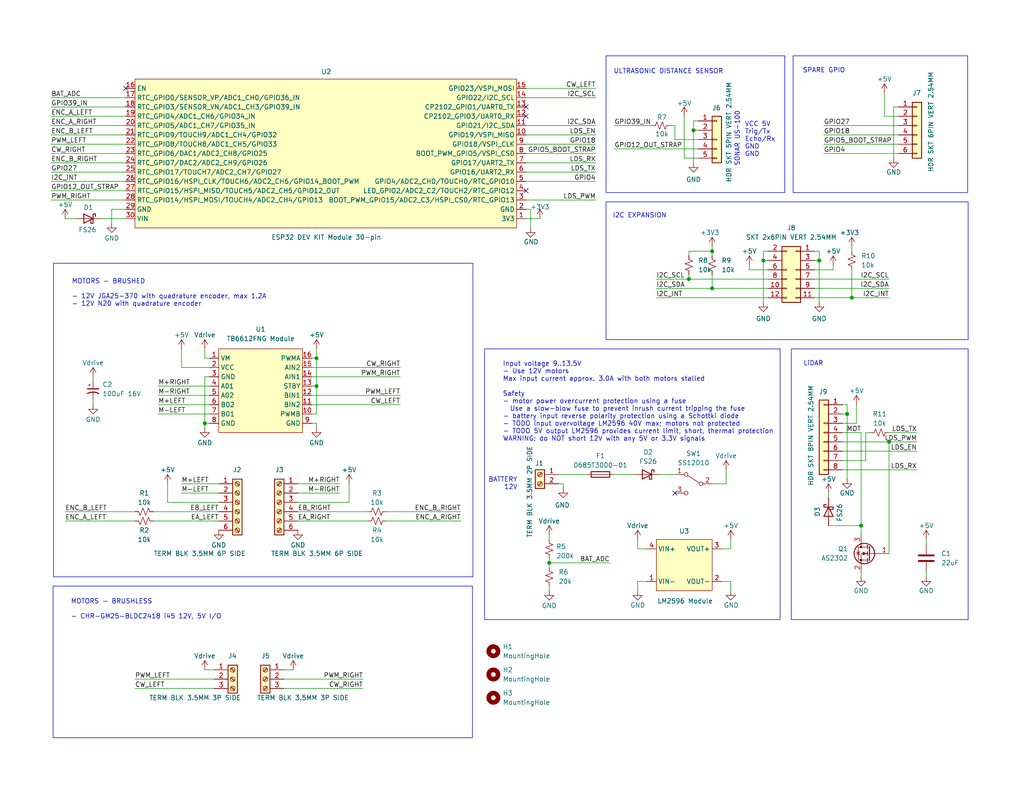
<source format=kicad_sch>
(kicad_sch (version 20230121) (generator eeschema)
  (paper "USLetter")
  (title_block (title "ESP32 Combo") (date "2024-04-05") (rev "0.1.0") (company "makerspet.com"))
  (lib_symbols
    (symbol "Connector:Screw_Terminal_01x03" (pin_names (offset 1.016) hide)
      (property "Reference" "J" (at 0 5.08 0))
      (property "Value" "Screw_Terminal_01x03" (at 0 -5.08 0))
      (symbol "Screw_Terminal_01x03_1_1"
        (rectangle (start -1.27 3.81) (end 1.27 -3.81) (stroke (width 0.254)) (fill (type background)))
        (circle (center 0 -2.54) (radius 0.635) (stroke (width 0.1524)))
        (polyline (pts (xy -0.5334 -2.2098) (xy 0.3302 -3.048)) (stroke (width 0.1524)))
        (polyline (pts (xy -0.5334 0.3302) (xy 0.3302 -0.508)) (stroke (width 0.1524)))
        (polyline (pts (xy -0.5334 2.8702) (xy 0.3302 2.032)) (stroke (width 0.1524)))
        (polyline (pts (xy -0.3556 -2.032) (xy 0.508 -2.8702)) (stroke (width 0.1524)))
        (polyline (pts (xy -0.3556 0.508) (xy 0.508 -0.3302)) (stroke (width 0.1524)))
        (polyline (pts (xy -0.3556 3.048) (xy 0.508 2.2098)) (stroke (width 0.1524)))
        (circle (center 0 0) (radius 0.635) (stroke (width 0.1524)))
        (circle (center 0 2.54) (radius 0.635) (stroke (width 0.1524)))
        (pin passive line (at -5.08 2.54 0) (length 3.81) (name "Pin_1") (number "1"))
        (pin passive line (at -5.08 0 0) (length 3.81) (name "Pin_2") (number "2"))
        (pin passive line (at -5.08 -2.54 0) (length 3.81) (name "Pin_3") (number "3"))
      )
    )
    (symbol "Connector:Screw_Terminal_01x06" (pin_names (offset 1.016) hide)
      (property "Reference" "J" (at 0 7.62 0))
      (property "Value" "Screw_Terminal_01x06" (at 0 -10.16 0))
      (symbol "Screw_Terminal_01x06_1_1"
        (rectangle (start -1.27 6.35) (end 1.27 -8.89) (stroke (width 0.254)) (fill (type background)))
        (circle (center 0 -7.62) (radius 0.635) (stroke (width 0.1524)))
        (circle (center 0 -5.08) (radius 0.635) (stroke (width 0.1524)))
        (circle (center 0 -2.54) (radius 0.635) (stroke (width 0.1524)))
        (polyline (pts (xy -0.5334 -7.2898) (xy 0.3302 -8.128)) (stroke (width 0.1524)))
        (polyline (pts (xy -0.5334 -4.7498) (xy 0.3302 -5.588)) (stroke (width 0.1524)))
        (polyline (pts (xy -0.5334 -2.2098) (xy 0.3302 -3.048)) (stroke (width 0.1524)))
        (polyline (pts (xy -0.5334 0.3302) (xy 0.3302 -0.508)) (stroke (width 0.1524)))
        (polyline (pts (xy -0.5334 2.8702) (xy 0.3302 2.032)) (stroke (width 0.1524)))
        (polyline (pts (xy -0.5334 5.4102) (xy 0.3302 4.572)) (stroke (width 0.1524)))
        (polyline (pts (xy -0.3556 -7.112) (xy 0.508 -7.9502)) (stroke (width 0.1524)))
        (polyline (pts (xy -0.3556 -4.572) (xy 0.508 -5.4102)) (stroke (width 0.1524)))
        (polyline (pts (xy -0.3556 -2.032) (xy 0.508 -2.8702)) (stroke (width 0.1524)))
        (polyline (pts (xy -0.3556 0.508) (xy 0.508 -0.3302)) (stroke (width 0.1524)))
        (polyline (pts (xy -0.3556 3.048) (xy 0.508 2.2098)) (stroke (width 0.1524)))
        (polyline (pts (xy -0.3556 5.588) (xy 0.508 4.7498)) (stroke (width 0.1524)))
        (circle (center 0 0) (radius 0.635) (stroke (width 0.1524)))
        (circle (center 0 2.54) (radius 0.635) (stroke (width 0.1524)))
        (circle (center 0 5.08) (radius 0.635) (stroke (width 0.1524)))
        (pin passive line (at -5.08 5.08 0) (length 3.81) (name "Pin_1") (number "1"))
        (pin passive line (at -5.08 2.54 0) (length 3.81) (name "Pin_2") (number "2"))
        (pin passive line (at -5.08 0 0) (length 3.81) (name "Pin_3") (number "3"))
        (pin passive line (at -5.08 -2.54 0) (length 3.81) (name "Pin_4") (number "4"))
        (pin passive line (at -5.08 -5.08 0) (length 3.81) (name "Pin_5") (number "5"))
        (pin passive line (at -5.08 -7.62 0) (length 3.81) (name "Pin_6") (number "6"))
      )
    )
    (symbol "Connector_Generic:Conn_01x06" (pin_names (offset 1.016) hide)
      (property "Reference" "J" (at 0 7.62 0))
      (property "Value" "Conn_01x06" (at 0 -10.16 0))
      (symbol "Conn_01x06_1_1"
        (rectangle (start -1.27 -7.493) (end 0 -7.747) (stroke (width 0.1524)))
        (rectangle (start -1.27 -4.953) (end 0 -5.207) (stroke (width 0.1524)))
        (rectangle (start -1.27 -2.413) (end 0 -2.667) (stroke (width 0.1524)))
        (rectangle (start -1.27 0.127) (end 0 -0.127) (stroke (width 0.1524)))
        (rectangle (start -1.27 2.667) (end 0 2.413) (stroke (width 0.1524)))
        (rectangle (start -1.27 5.207) (end 0 4.953) (stroke (width 0.1524)))
        (rectangle (start -1.27 6.35) (end 1.27 -8.89) (stroke (width 0.254)) (fill (type background)))
        (pin passive line (at -5.08 5.08 0) (length 3.81) (name "Pin_1") (number "1"))
        (pin passive line (at -5.08 2.54 0) (length 3.81) (name "Pin_2") (number "2"))
        (pin passive line (at -5.08 0 0) (length 3.81) (name "Pin_3") (number "3"))
        (pin passive line (at -5.08 -2.54 0) (length 3.81) (name "Pin_4") (number "4"))
        (pin passive line (at -5.08 -5.08 0) (length 3.81) (name "Pin_5") (number "5"))
        (pin passive line (at -5.08 -7.62 0) (length 3.81) (name "Pin_6") (number "6"))
      )
    )
    (symbol "Device:C" (pin_numbers hide) (pin_names (offset 0.254))
      (property "Reference" "C" (at 0.635 2.54 0))
      (property "Value" "C" (at 0.635 -2.54 0))
      (symbol "C_0_1"
        (polyline (pts (xy -2.032 -0.762) (xy 2.032 -0.762)) (stroke (width 0.508)))
        (polyline (pts (xy -2.032 0.762) (xy 2.032 0.762)) (stroke (width 0.508)))
      )
      (symbol "C_1_1"
        (pin passive line (at 0 3.81 270) (length 2.794) (name "~") (number "1"))
        (pin passive line (at 0 -3.81 90) (length 2.794) (name "~") (number "2"))
      )
    )
    (symbol "Device:C_Polarized_Small_US" (pin_numbers hide) (pin_names (offset 0.254) hide)
      (property "Reference" "C" (at 0.254 1.778 0))
      (property "Value" "C_Polarized_Small_US" (at 0.254 -2.032 0))
      (symbol "C_Polarized_Small_US_0_1"
        (polyline (pts (xy -1.524 0.508) (xy 1.524 0.508)) (stroke (width 0.3048)))
        (polyline (pts (xy -1.27 1.524) (xy -0.762 1.524)))
        (polyline (pts (xy -1.016 1.27) (xy -1.016 1.778)))
        (arc (start 1.524 -0.762) (mid 0 -0.3734) (end -1.524 -0.762) (stroke (width 0.3048)))
      )
      (symbol "C_Polarized_Small_US_1_1"
        (pin passive line (at 0 2.54 270) (length 2.032) (name "~") (number "1"))
        (pin passive line (at 0 -2.54 90) (length 2.032) (name "~") (number "2"))
      )
    )
    (symbol "Device:D_Schottky" (pin_numbers hide) (pin_names (offset 1.016) hide)
      (property "Reference" "D" (at 0 2.54 0))
      (property "Value" "D_Schottky" (at 0 -2.54 0))
      (symbol "D_Schottky_0_1"
        (polyline (pts (xy 1.27 0) (xy -1.27 0)))
        (polyline (pts (xy 1.27 1.27) (xy 1.27 -1.27) (xy -1.27 0) (xy 1.27 1.27)) (stroke (width 0.254)))
        (polyline (pts (xy -1.905 0.635) (xy -1.905 1.27) (xy -1.27 1.27) (xy -1.27 -1.27) (xy -0.635 -1.27) (xy -0.635 -0.635)) (stroke (width 0.254)))
      )
      (symbol "D_Schottky_1_1"
        (pin passive line (at -3.81 0 0) (length 2.54) (name "K") (number "1"))
        (pin passive line (at 3.81 0 180) (length 2.54) (name "A") (number "2"))
      )
    )
    (symbol "Device:Fuse" (pin_numbers hide) (pin_names (offset 0))
      (property "Reference" "F" (at 2.032 0 90))
      (property "Value" "Fuse" (at -1.905 0 90))
      (symbol "Fuse_0_1"
        (rectangle (start -0.762 -2.54) (end 0.762 2.54) (stroke (width 0.254)))
        (polyline (pts (xy 0 2.54) (xy 0 -2.54)))
      )
      (symbol "Fuse_1_1"
        (pin passive line (at 0 3.81 270) (length 1.27) (name "~") (number "1"))
        (pin passive line (at 0 -3.81 90) (length 1.27) (name "~") (number "2"))
      )
    )
    (symbol "Device:R_Small_US" (pin_numbers hide) (pin_names (offset 0.254) hide)
      (property "Reference" "R" (at 0.762 0.508 0))
      (property "Value" "R_Small_US" (at 0.762 -1.016 0))
      (symbol "R_Small_US_1_1"
        (polyline (pts (xy 0 0) (xy 1.016 -0.381) (xy 0 -0.762) (xy -1.016 -1.143) (xy 0 -1.524)))
        (polyline (pts (xy 0 1.524) (xy 1.016 1.143) (xy 0 0.762) (xy -1.016 0.381) (xy 0 0)))
        (pin passive line (at 0 2.54 270) (length 1.016) (name "~") (number "1"))
        (pin passive line (at 0 -2.54 90) (length 1.016) (name "~") (number "2"))
      )
    )
    (symbol "Makerspet:Conn_01x05_Key2" (pin_names (offset 1.016) hide)
      (property "Reference" "J" (at 0 7.62 0))
      (property "Value" "Conn_01x05_Key2" (at 0 -7.62 0))
      (symbol "Conn_01x05_Key2_1_1"
        (rectangle (start -1.27 -4.953) (end 0 -5.207) (stroke (width 0.1524)))
        (rectangle (start -1.27 -2.413) (end 0 -2.667) (stroke (width 0.1524)))
        (rectangle (start -1.27 0.127) (end 0 -0.127) (stroke (width 0.1524)))
        (rectangle (start -1.27 5.207) (end 0 4.953) (stroke (width 0.1524)))
        (rectangle (start -1.27 6.35) (end 1.27 -6.35) (stroke (width 0.254)) (fill (type background)))
        (pin passive line (at -5.08 5.08 0) (length 3.81) (name "Pin_1") (number "1"))
        (pin passive line (at -5.08 2.54 0) (length 3.81) (name "Pin_2") (number "2"))
        (pin passive line (at -5.08 0 0) (length 3.81) (name "Pin_3") (number "3"))
        (pin passive line (at -5.08 -2.54 0) (length 3.81) (name "Pin_4") (number "4"))
        (pin passive line (at -5.08 -5.08 0) (length 3.81) (name "Pin_5") (number "5"))
      )
    )
    (symbol "Makerspet:Conn_01x08_Key2" (pin_names (offset 1.016) hide)
      (property "Reference" "J" (at 0 10.16 0))
      (property "Value" "Conn_01x08_Key2" (at 0 -12.7 0))
      (symbol "Conn_01x08_Key2_1_1"
        (rectangle (start -1.27 -10.033) (end 0 -10.287) (stroke (width 0.1524)))
        (rectangle (start -1.27 -7.493) (end 0 -7.747) (stroke (width 0.1524)))
        (rectangle (start -1.27 -4.953) (end 0 -5.207) (stroke (width 0.1524)))
        (rectangle (start -1.27 -2.413) (end 0 -2.667) (stroke (width 0.1524)))
        (rectangle (start -1.27 0.127) (end 0 -0.127) (stroke (width 0.1524)))
        (rectangle (start -1.27 2.667) (end 0 2.413) (stroke (width 0.1524)))
        (rectangle (start -1.27 7.747) (end 0 7.493) (stroke (width 0.1524)))
        (rectangle (start -1.27 8.89) (end 1.27 -11.43) (stroke (width 0.254)) (fill (type background)))
        (pin passive line (at -5.08 7.62 0) (length 3.81) (name "Pin_1") (number "1"))
        (pin passive line (at -5.08 5.08 0) (length 3.81) (name "Pin_2") (number "2"))
        (pin passive line (at -5.08 2.54 0) (length 3.81) (name "Pin_3") (number "3"))
        (pin passive line (at -5.08 0 0) (length 3.81) (name "Pin_4") (number "4"))
        (pin passive line (at -5.08 -2.54 0) (length 3.81) (name "Pin_5") (number "5"))
        (pin passive line (at -5.08 -5.08 0) (length 3.81) (name "Pin_6") (number "6"))
        (pin passive line (at -5.08 -7.62 0) (length 3.81) (name "Pin_7") (number "7"))
        (pin passive line (at -5.08 -10.16 0) (length 3.81) (name "Pin_8") (number "8"))
      )
    )
    (symbol "Makerspet:Conn_02x06_Odd_Even_Key2" (pin_names (offset 1.016) hide)
      (property "Reference" "J" (at 1.27 7.62 0))
      (property "Value" "Conn_02x06_Odd_Even_Key2" (at 1.27 -10.16 0))
      (symbol "Conn_02x06_Odd_Even_Key2_1_1"
        (rectangle (start -1.27 -7.493) (end 0 -7.747) (stroke (width 0.1524)))
        (rectangle (start -1.27 -4.953) (end 0 -5.207) (stroke (width 0.1524)))
        (rectangle (start -1.27 -2.413) (end 0 -2.667) (stroke (width 0.1524)))
        (rectangle (start -1.27 0.127) (end 0 -0.127) (stroke (width 0.1524)))
        (rectangle (start -1.27 5.207) (end 0 4.953) (stroke (width 0.1524)))
        (rectangle (start -1.27 6.35) (end 3.81 -8.89) (stroke (width 0.254)) (fill (type background)))
        (rectangle (start 3.81 -7.493) (end 2.54 -7.747) (stroke (width 0.1524)))
        (rectangle (start 3.81 -4.953) (end 2.54 -5.207) (stroke (width 0.1524)))
        (rectangle (start 3.81 -2.413) (end 2.54 -2.667) (stroke (width 0.1524)))
        (rectangle (start 3.81 0.127) (end 2.54 -0.127) (stroke (width 0.1524)))
        (rectangle (start 3.81 5.207) (end 2.54 4.953) (stroke (width 0.1524)))
        (pin passive line (at -5.08 5.08 0) (length 3.81) (name "Pin_1") (number "1"))
        (pin passive line (at 7.62 -5.08 180) (length 3.81) (name "Pin_10") (number "10"))
        (pin passive line (at -5.08 -7.62 0) (length 3.81) (name "Pin_11") (number "11"))
        (pin passive line (at 7.62 -7.62 180) (length 3.81) (name "Pin_12") (number "12"))
        (pin passive line (at 7.62 5.08 180) (length 3.81) (name "Pin_2") (number "2"))
        (pin passive line (at -5.08 2.54 0) (length 3.81) (name "Pin_3") (number "3"))
        (pin passive line (at 7.62 2.54 180) (length 3.81) (name "Pin_4") (number "4"))
        (pin passive line (at -5.08 0 0) (length 3.81) (name "Pin_5") (number "5"))
        (pin passive line (at 7.62 0 180) (length 3.81) (name "Pin_6") (number "6"))
        (pin passive line (at -5.08 -2.54 0) (length 3.81) (name "Pin_7") (number "7"))
        (pin passive line (at 7.62 -2.54 180) (length 3.81) (name "Pin_8") (number "8"))
        (pin passive line (at -5.08 -5.08 0) (length 3.81) (name "Pin_9") (number "9"))
      )
    )
    (symbol "Makerspet:ESP32-DOIT-V1"
      (property "Reference" "U1" (at -1.27 21.59 0))
      (property "Value" "ESP32 DEV KIT DOIT 30-pin" (at -1.27 24.13 0))
      (symbol "ESP32-DOIT-V1_1_1"
        (rectangle (start -53.34 20.32) (end 50.8 -20.32) (fill (type background)))
        (pin power_out line (at 53.34 -17.78 180) (length 2.54) (name "3V3") (number "1"))
        (pin bidirectional line (at 53.34 5.08 180) (length 2.54) (name "GPIO19/VSPI_MISO") (number "10"))
        (pin bidirectional line (at 53.34 7.62 180) (length 2.54) (name "GPIO21/I2C_SDA") (number "11"))
        (pin bidirectional line (at 53.34 10.16 180) (length 2.54) (name "CP2102_GPIO3/UART0_RX") (number "12"))
        (pin bidirectional line (at 53.34 12.7 180) (length 2.54) (name "CP2102_GPIO1/UART0_TX") (number "13"))
        (pin bidirectional line (at 53.34 15.24 180) (length 2.54) (name "GPIO22/I2C_SCL") (number "14"))
        (pin bidirectional line (at 53.34 17.78 180) (length 2.54) (name "GPIO23/VSPI_MOSI") (number "15"))
        (pin bidirectional line (at -55.88 17.78 0) (length 2.54) (name "EN") (number "16"))
        (pin bidirectional line (at -55.88 15.24 0) (length 2.54) (name "RTC_GPIO0/SENSOR_VP/ADC1_CH0/GPIO36_IN") (number "17"))
        (pin bidirectional line (at -55.88 12.7 0) (length 2.54) (name "RTC_GPIO3/SENSOR_VN/ADC1_CH3/GPIO39_IN") (number "18"))
        (pin bidirectional line (at -55.88 10.16 0) (length 2.54) (name "RTC_GPIO4/ADC1_CH6/GPIO34_IN") (number "19"))
        (pin passive line (at 53.34 -15.24 180) (length 2.54) (name "GND") (number "2"))
        (pin bidirectional line (at -55.88 7.62 0) (length 2.54) (name "RTC_GPIO5/ADC1_CH7/GPIO35_IN") (number "20"))
        (pin bidirectional line (at -55.88 5.08 0) (length 2.54) (name "RTC_GPIO9/TOUCH9/ADC1_CH4/GPIO32") (number "21"))
        (pin bidirectional line (at -55.88 2.54 0) (length 2.54) (name "RTC_GPIO8/TOUCH8/ADC1_CH5/GPIO33") (number "22"))
        (pin bidirectional line (at -55.88 0 0) (length 2.54) (name "RTC_GPIO6/DAC1/ADC2_CH8/GPIO25") (number "23"))
        (pin bidirectional line (at -55.88 -2.54 0) (length 2.54) (name "RTC_GPIO7/DAC2/ADC2_CH9/GPIO26") (number "24"))
        (pin bidirectional line (at -55.88 -5.08 0) (length 2.54) (name "RTC_GPIO17/TOUCH7/ADC2_CH7/GPIO27") (number "25"))
        (pin bidirectional line (at -55.88 -7.62 0) (length 2.54) (name "RTC_GPIO16/HSPI_CLK/TOUCH6/ADC2_CH6/GPIO14_BOOT_PWM") (number "26"))
        (pin bidirectional line (at -55.88 -10.16 0) (length 2.54) (name "RTC_GPIO15/HSPI_MISO/TOUCH5/ADC2_CH5/GPIO12_OUT") (number "27"))
        (pin bidirectional line (at -55.88 -12.7 0) (length 2.54) (name "RTC_GPIO14/HSPI_MOSI/TOUCH4/ADC2_CH4/GPIO13") (number "28"))
        (pin passive line (at -55.88 -15.24 0) (length 2.54) (name "GND") (number "29"))
        (pin bidirectional line (at 53.34 -12.7 180) (length 2.54) (name "BOOT_PWM_GPIO15/ADC2_C3/HSPI_CS0/RTC_GPIO13") (number "3"))
        (pin passive line (at -55.88 -17.78 0) (length 2.54) (name "VIN") (number "30"))
        (pin bidirectional line (at 53.34 -10.16 180) (length 2.54) (name "LED_GPIO2/ADC2_C2/TOUCH2/RTC_GPIO12") (number "4"))
        (pin bidirectional line (at 53.34 -7.62 180) (length 2.54) (name "GPIO4/ADC2_CH0/TOUCH0/RTC_GPIO10") (number "5"))
        (pin bidirectional line (at 53.34 -5.08 180) (length 2.54) (name "GPIO16/UART2_RX") (number "6"))
        (pin bidirectional line (at 53.34 -2.54 180) (length 2.54) (name "GPIO17/UART2_TX") (number "7"))
        (pin bidirectional line (at 53.34 0 180) (length 2.54) (name "BOOT_PWM_GPIO5/VSPI_CS0") (number "8"))
        (pin bidirectional line (at 53.34 2.54 180) (length 2.54) (name "GPIO18/VSPI_CLK") (number "9"))
      )
    )
    (symbol "Makerspet:LM2596 Module"
      (property "Reference" "U" (at 0 -1.27 0))
      (symbol "LM2596 Module_1_1"
        (rectangle (start -7.62 -2.54) (end 7.62 -16.51) (fill (type background)))
        (pin passive line (at -10.16 -13.97 0) (length 2.54) (name "VIN-") (number "1"))
        (pin passive line (at 10.16 -13.97 180) (length 2.54) (name "VOUT-") (number "2"))
        (pin power_out line (at 10.16 -5.08 180) (length 2.54) (name "VOUT+") (number "3"))
        (pin passive line (at -10.16 -5.08 0) (length 2.54) (name "VIN+") (number "4"))
      )
    )
    (symbol "Makerspet:Screw_Terminal_01x02" (pin_names (offset 1.016) hide)
      (property "Reference" "J" (at 0 2.54 0))
      (property "Value" "Screw_Terminal_01x02" (at 0 -5.08 0))
      (symbol "Screw_Terminal_01x02_1_1"
        (rectangle (start -1.27 1.27) (end 1.27 -3.81) (stroke (width 0.254)) (fill (type background)))
        (circle (center 0 -2.54) (radius 0.635) (stroke (width 0.1524)))
        (polyline (pts (xy -0.5334 -2.2098) (xy 0.3302 -3.048)) (stroke (width 0.1524)))
        (polyline (pts (xy -0.5334 0.3302) (xy 0.3302 -0.508)) (stroke (width 0.1524)))
        (polyline (pts (xy -0.3556 -2.032) (xy 0.508 -2.8702)) (stroke (width 0.1524)))
        (polyline (pts (xy -0.3556 0.508) (xy 0.508 -0.3302)) (stroke (width 0.1524)))
        (circle (center 0 0) (radius 0.635) (stroke (width 0.1524)))
        (pin power_out line (at -5.08 0 0) (length 3.81) (name "Pin_1") (number "1"))
        (pin power_out line (at -5.08 -2.54 0) (length 3.81) (name "Pin_2") (number "2"))
      )
    )
    (symbol "Makerspet:TB6612FNG Module"
      (property "Reference" "U?" (at -1.27 13.97 0))
      (property "Value" "TB6612FNG Module" (at -1.27 16.51 0))
      (symbol "TB6612FNG Module_1_1"
        (rectangle (start -11.43 11.43) (end 11.43 -11.43) (fill (type background)))
        (pin passive line (at -13.97 8.89 0) (length 2.54) (name "VM") (number "1"))
        (pin input line (at 13.97 -6.35 180) (length 2.54) (name "PWMB") (number "10"))
        (pin input line (at 13.97 -3.81 180) (length 2.54) (name "BIN2") (number "11"))
        (pin input line (at 13.97 -1.27 180) (length 2.54) (name "BIN1") (number "12"))
        (pin input line (at 13.97 1.27 180) (length 2.54) (name "STBY") (number "13"))
        (pin input line (at 13.97 3.81 180) (length 2.54) (name "AIN1") (number "14"))
        (pin input line (at 13.97 6.35 180) (length 2.54) (name "AIN2") (number "15"))
        (pin input line (at 13.97 8.89 180) (length 2.54) (name "PWMA") (number "16"))
        (pin passive line (at -13.97 6.35 0) (length 2.54) (name "VCC") (number "2"))
        (pin passive line (at -13.97 3.81 0) (length 2.54) (name "GND") (number "3"))
        (pin passive line (at -13.97 1.27 0) (length 2.54) (name "A01") (number "4"))
        (pin passive line (at -13.97 -1.27 0) (length 2.54) (name "A02") (number "5"))
        (pin bidirectional line (at -13.97 -3.81 0) (length 2.54) (name "B02") (number "6"))
        (pin passive line (at -13.97 -6.35 0) (length 2.54) (name "B01") (number "7"))
        (pin passive line (at -13.97 -8.89 0) (length 2.54) (name "GND") (number "8"))
        (pin passive line (at 13.97 -8.89 180) (length 2.54) (name "GND") (number "9"))
      )
    )
    (symbol "Mechanical:MountingHole" (pin_names (offset 1.016))
      (property "Reference" "H" (at 0 5.08 0))
      (property "Value" "MountingHole" (at 0 3.175 0))
      (symbol "MountingHole_0_1"
        (circle (center 0 0) (radius 1.27) (stroke (width 1.27)))
      )
    )
    (symbol "Switch:SW_SPDT" (pin_names (offset 0) hide)
      (property "Reference" "SW" (at 0 4.318 0))
      (property "Value" "SW_SPDT" (at 0 -5.08 0))
      (symbol "SW_SPDT_0_0"
        (circle (center -2.032 0) (radius 0.508))
        (circle (center 2.032 -2.54) (radius 0.508))
      )
      (symbol "SW_SPDT_0_1"
        (polyline (pts (xy -1.524 0.254) (xy 1.651 2.286)))
        (circle (center 2.032 2.54) (radius 0.508))
      )
      (symbol "SW_SPDT_1_1"
        (pin passive line (at 5.08 2.54 180) (length 2.54) (name "A") (number "1"))
        (pin passive line (at -5.08 0 0) (length 2.54) (name "B") (number "2"))
        (pin passive line (at 5.08 -2.54 180) (length 2.54) (name "C") (number "3"))
      )
    )
    (symbol "Transistor_FET:BSS123" (pin_names hide)
      (property "Reference" "Q" (at 5.08 1.905 0))
      (property "Value" "BSS123" (at 5.08 0 0))
      (symbol "BSS123_0_1"
        (polyline (pts (xy 0.254 0) (xy -2.54 0)))
        (polyline (pts (xy 0.254 1.905) (xy 0.254 -1.905)) (stroke (width 0.254)))
        (polyline (pts (xy 0.762 -1.27) (xy 0.762 -2.286)) (stroke (width 0.254)))
        (polyline (pts (xy 0.762 0.508) (xy 0.762 -0.508)) (stroke (width 0.254)))
        (polyline (pts (xy 0.762 2.286) (xy 0.762 1.27)) (stroke (width 0.254)))
        (polyline (pts (xy 2.54 2.54) (xy 2.54 1.778)))
        (polyline (pts (xy 2.54 -2.54) (xy 2.54 0) (xy 0.762 0)))
        (polyline (pts (xy 0.762 -1.778) (xy 3.302 -1.778) (xy 3.302 1.778) (xy 0.762 1.778)))
        (polyline (pts (xy 1.016 0) (xy 2.032 0.381) (xy 2.032 -0.381) (xy 1.016 0)) (fill (type outline)))
        (polyline (pts (xy 2.794 0.508) (xy 2.921 0.381) (xy 3.683 0.381) (xy 3.81 0.254)))
        (polyline (pts (xy 3.302 0.381) (xy 2.921 -0.254) (xy 3.683 -0.254) (xy 3.302 0.381)))
        (circle (center 1.651 0) (radius 2.794) (stroke (width 0.254)))
        (circle (center 2.54 -1.778) (radius 0.254) (fill (type outline)))
        (circle (center 2.54 1.778) (radius 0.254) (fill (type outline)))
      )
      (symbol "BSS123_1_1"
        (pin input line (at -5.08 0 0) (length 2.54) (name "G") (number "1"))
        (pin passive line (at 2.54 -5.08 90) (length 2.54) (name "S") (number "2"))
        (pin passive line (at 2.54 5.08 270) (length 2.54) (name "D") (number "3"))
      )
    )
    (symbol "power:+3V3" (power) (pin_names (offset 0))
      (property "Value" "+3V3" (at 0 3.556 0))
      (symbol "+3V3_0_1"
        (polyline (pts (xy -0.762 1.27) (xy 0 2.54)))
        (polyline (pts (xy 0 0) (xy 0 2.54)))
        (polyline (pts (xy 0 2.54) (xy 0.762 1.27)))
      )
      (symbol "+3V3_1_1"
        (pin power_in line (at 0 0 90) (length 0) hide (name "+3V3") (number "1"))
      )
    )
    (symbol "power:+5V" (power) (pin_names (offset 0))
      (property "Value" "+5V" (at 0 3.556 0))
      (symbol "+5V_0_1"
        (polyline (pts (xy -0.762 1.27) (xy 0 2.54)))
        (polyline (pts (xy 0 0) (xy 0 2.54)))
        (polyline (pts (xy 0 2.54) (xy 0.762 1.27)))
      )
      (symbol "+5V_1_1"
        (pin power_in line (at 0 0 90) (length 0) hide (name "+5V") (number "1"))
      )
    )
    (symbol "power:GND" (power) (pin_names (offset 0))
      (property "Value" "GND" (at 0 -3.81 0))
      (symbol "GND_0_1"
        (polyline (pts (xy 0 0) (xy 0 -1.27) (xy 1.27 -1.27) (xy 0 -2.54) (xy -1.27 -1.27) (xy 0 -1.27)))
      )
      (symbol "GND_1_1"
        (pin power_in line (at 0 0 270) (length 0) hide (name "GND") (number "1"))
      )
    )
    (symbol "power:Vdrive" (power) (pin_names (offset 0))
      (property "Value" "Vdrive" (at 0 3.81 0))
      (symbol "Vdrive_0_1"
        (polyline (pts (xy -0.762 1.27) (xy 0 2.54)))
        (polyline (pts (xy 0 0) (xy 0 2.54)))
        (polyline (pts (xy 0 2.54) (xy 0.762 1.27)))
      )
      (symbol "Vdrive_1_1"
        (pin power_in line (at 0 0 90) (length 0) hide (name "Vdrive") (number "1"))
      )
    )
  )
  (junction (at 223.52 71.12))
  (junction (at 189.23 35.56))
  (junction (at 234.95 143.51))
  (junction (at 86.36 105.41))
  (junction (at 194.31 68.58))
  (junction (at 194.31 78.74))
  (junction (at 242.57 120.65))
  (junction (at 149.86 153.67))
  (junction (at 232.41 81.28))
  (junction (at 231.14 113.03))
  (junction (at 86.36 97.79))
  (junction (at 187.96 76.2))
  (junction (at 208.28 71.12))
  (junction (at 55.88 115.57))
  (no_connect (at 34.29 24.13))
  (no_connect (at 143.51 31.75))
  (no_connect (at 143.51 29.21))
  (no_connect (at 143.51 52.07))
  (no_connect (at 184.15 134.62))
  (wire (pts (xy 143.51 39.37) (xy 162.56 39.37)))
  (wire (pts (xy 224.79 41.91) (xy 245.11 41.91)))
  (wire (pts (xy 86.36 115.57) (xy 86.36 116.84)))
  (wire (pts (xy 208.28 68.58) (xy 208.28 71.12)))
  (wire (pts (xy 149.86 146.05) (xy 149.86 147.32)))
  (wire (pts (xy 229.87 110.49) (xy 231.14 110.49)))
  (wire (pts (xy 208.28 71.12) (xy 209.55 71.12)))
  (wire (pts (xy 236.22 118.11) (xy 237.49 118.11)))
  (wire (pts (xy 27.94 59.69) (xy 34.29 59.69)))
  (wire (pts (xy 229.87 115.57) (xy 233.68 115.57)))
  (wire (pts (xy 144.78 57.15) (xy 144.78 62.23)))
  (wire (pts (xy 143.51 49.53) (xy 162.56 49.53)))
  (wire (pts (xy 229.87 123.19) (xy 250.19 123.19)))
  (wire (pts (xy 85.09 102.87) (xy 109.22 102.87)))
  (wire (pts (xy 173.99 149.86) (xy 176.53 149.86)))
  (wire (pts (xy 81.28 132.08) (xy 92.71 132.08)))
  (wire (pts (xy 85.09 115.57) (xy 86.36 115.57)))
  (wire (pts (xy 149.86 153.67) (xy 149.86 154.94)))
  (wire (pts (xy 234.95 156.21) (xy 234.95 157.48)))
  (wire (pts (xy 232.41 67.31) (xy 232.41 68.58)))
  (wire (pts (xy 99.06 185.42) (xy 77.47 185.42)))
  (wire (pts (xy 229.87 128.27) (xy 250.19 128.27)))
  (wire (pts (xy 36.83 185.42) (xy 58.42 185.42)))
  (wire (pts (xy 231.14 110.49) (xy 231.14 113.03)))
  (wire (pts (xy 179.07 78.74) (xy 194.31 78.74)))
  (wire (pts (xy 149.86 160.02) (xy 149.86 161.29)))
  (wire (pts (xy 143.51 26.67) (xy 162.56 26.67)))
  (wire (pts (xy 222.25 81.28) (xy 232.41 81.28)))
  (wire (pts (xy 184.15 38.1) (xy 190.5 38.1)))
  (wire (pts (xy 13.97 41.91) (xy 34.29 41.91)))
  (wire (pts (xy 86.36 95.25) (xy 86.36 97.79)))
  (wire (pts (xy 204.47 72.39) (xy 204.47 73.66)))
  (wire (pts (xy 143.51 44.45) (xy 162.56 44.45)))
  (wire (pts (xy 198.12 128.27) (xy 198.12 132.08)))
  (wire (pts (xy 222.25 78.74) (xy 242.57 78.74)))
  (wire (pts (xy 167.64 34.29) (xy 177.8 34.29)))
  (wire (pts (xy 153.67 132.08) (xy 153.67 133.35)))
  (wire (pts (xy 95.25 137.16) (xy 95.25 132.08)))
  (wire (pts (xy 13.97 31.75) (xy 34.29 31.75)))
  (wire (pts (xy 17.78 139.7) (xy 36.83 139.7)))
  (wire (pts (xy 55.88 102.87) (xy 55.88 115.57)))
  (wire (pts (xy 85.09 110.49) (xy 109.22 110.49)))
  (wire (pts (xy 252.73 147.32) (xy 252.73 148.59)))
  (wire (pts (xy 190.5 33.02) (xy 189.23 33.02)))
  (wire (pts (xy 227.33 72.39) (xy 227.33 73.66)))
  (wire (pts (xy 234.95 118.11) (xy 234.95 143.51)))
  (wire (pts (xy 81.28 142.24) (xy 100.33 142.24)))
  (wire (pts (xy 86.36 105.41) (xy 86.36 97.79)))
  (wire (pts (xy 36.83 187.96) (xy 58.42 187.96)))
  (wire (pts (xy 41.91 139.7) (xy 59.69 139.7)))
  (wire (pts (xy 173.99 158.75) (xy 176.53 158.75)))
  (wire (pts (xy 241.3 25.4) (xy 241.3 31.75)))
  (wire (pts (xy 152.4 132.08) (xy 153.67 132.08)))
  (wire (pts (xy 149.86 152.4) (xy 149.86 153.67)))
  (wire (pts (xy 187.96 76.2) (xy 209.55 76.2)))
  (wire (pts (xy 143.51 46.99) (xy 162.56 46.99)))
  (wire (pts (xy 194.31 74.93) (xy 194.31 78.74)))
  (wire (pts (xy 229.87 120.65) (xy 242.57 120.65)))
  (wire (pts (xy 189.23 35.56) (xy 189.23 44.45)))
  (wire (pts (xy 173.99 161.29) (xy 173.99 158.75)))
  (wire (pts (xy 43.18 113.03) (xy 57.15 113.03)))
  (wire (pts (xy 13.97 36.83) (xy 34.29 36.83)))
  (wire (pts (xy 199.39 161.29) (xy 199.39 158.75)))
  (wire (pts (xy 45.72 137.16) (xy 45.72 132.08)))
  (wire (pts (xy 190.5 43.18) (xy 186.69 43.18)))
  (wire (pts (xy 34.29 57.15) (xy 30.48 57.15)))
  (wire (pts (xy 231.14 130.81) (xy 231.14 113.03)))
  (wire (pts (xy 57.15 102.87) (xy 55.88 102.87)))
  (wire (pts (xy 13.97 34.29) (xy 34.29 34.29)))
  (wire (pts (xy 49.53 132.08) (xy 59.69 132.08)))
  (wire (pts (xy 13.97 52.07) (xy 34.29 52.07)))
  (wire (pts (xy 209.55 68.58) (xy 208.28 68.58)))
  (wire (pts (xy 223.52 68.58) (xy 223.52 71.12)))
  (wire (pts (xy 25.4 102.87) (xy 25.4 104.14)))
  (wire (pts (xy 179.07 76.2) (xy 187.96 76.2)))
  (wire (pts (xy 81.28 139.7) (xy 100.33 139.7)))
  (wire (pts (xy 57.15 97.79) (xy 55.88 97.79)))
  (wire (pts (xy 43.18 110.49) (xy 57.15 110.49)))
  (wire (pts (xy 209.55 73.66) (xy 204.47 73.66)))
  (wire (pts (xy 189.23 35.56) (xy 190.5 35.56)))
  (wire (pts (xy 236.22 125.73) (xy 229.87 125.73)))
  (wire (pts (xy 55.88 115.57) (xy 55.88 116.84)))
  (wire (pts (xy 194.31 78.74) (xy 209.55 78.74)))
  (wire (pts (xy 85.09 113.03) (xy 86.36 113.03)))
  (wire (pts (xy 194.31 67.31) (xy 194.31 68.58)))
  (wire (pts (xy 236.22 118.11) (xy 236.22 125.73)))
  (wire (pts (xy 232.41 81.28) (xy 242.57 81.28)))
  (wire (pts (xy 189.23 33.02) (xy 189.23 35.56)))
  (wire (pts (xy 143.51 41.91) (xy 162.56 41.91)))
  (wire (pts (xy 43.18 107.95) (xy 57.15 107.95)))
  (wire (pts (xy 184.15 34.29) (xy 184.15 38.1)))
  (wire (pts (xy 243.84 29.21) (xy 245.11 29.21)))
  (wire (pts (xy 229.87 118.11) (xy 234.95 118.11)))
  (wire (pts (xy 242.57 120.65) (xy 250.19 120.65)))
  (wire (pts (xy 143.51 36.83) (xy 162.56 36.83)))
  (wire (pts (xy 143.51 54.61) (xy 162.56 54.61)))
  (wire (pts (xy 59.69 137.16) (xy 45.72 137.16)))
  (wire (pts (xy 55.88 97.79) (xy 55.88 95.25)))
  (wire (pts (xy 232.41 73.66) (xy 232.41 81.28)))
  (wire (pts (xy 186.69 43.18) (xy 186.69 31.75)))
  (wire (pts (xy 187.96 69.85) (xy 187.96 68.58)))
  (wire (pts (xy 222.25 71.12) (xy 223.52 71.12)))
  (wire (pts (xy 85.09 107.95) (xy 109.22 107.95)))
  (wire (pts (xy 194.31 68.58) (xy 194.31 69.85)))
  (wire (pts (xy 25.4 109.22) (xy 25.4 110.49)))
  (wire (pts (xy 36.83 142.24) (xy 17.78 142.24)))
  (wire (pts (xy 208.28 71.12) (xy 208.28 82.55)))
  (wire (pts (xy 86.36 113.03) (xy 86.36 105.41)))
  (wire (pts (xy 55.88 115.57) (xy 57.15 115.57)))
  (wire (pts (xy 43.18 105.41) (xy 57.15 105.41)))
  (wire (pts (xy 242.57 120.65) (xy 242.57 151.13)))
  (wire (pts (xy 13.97 54.61) (xy 34.29 54.61)))
  (wire (pts (xy 80.01 182.88) (xy 77.47 182.88)))
  (wire (pts (xy 167.64 129.54) (xy 172.72 129.54)))
  (wire (pts (xy 167.64 40.64) (xy 190.5 40.64)))
  (wire (pts (xy 231.14 113.03) (xy 229.87 113.03)))
  (wire (pts (xy 57.15 100.33) (xy 49.53 100.33)))
  (wire (pts (xy 86.36 97.79) (xy 85.09 97.79)))
  (wire (pts (xy 180.34 129.54) (xy 184.15 129.54)))
  (wire (pts (xy 242.57 118.11) (xy 250.19 118.11)))
  (wire (pts (xy 143.51 24.13) (xy 162.56 24.13)))
  (wire (pts (xy 222.25 68.58) (xy 223.52 68.58)))
  (wire (pts (xy 55.88 182.88) (xy 58.42 182.88)))
  (wire (pts (xy 49.53 134.62) (xy 59.69 134.62)))
  (wire (pts (xy 179.07 81.28) (xy 209.55 81.28)))
  (wire (pts (xy 182.88 34.29) (xy 184.15 34.29)))
  (wire (pts (xy 81.28 134.62) (xy 92.71 134.62)))
  (wire (pts (xy 13.97 46.99) (xy 34.29 46.99)))
  (wire (pts (xy 196.85 149.86) (xy 199.39 149.86)))
  (wire (pts (xy 233.68 115.57) (xy 233.68 110.49)))
  (wire (pts (xy 243.84 29.21) (xy 243.84 43.18)))
  (wire (pts (xy 143.51 57.15) (xy 144.78 57.15)))
  (wire (pts (xy 196.85 158.75) (xy 199.39 158.75)))
  (wire (pts (xy 143.51 34.29) (xy 162.56 34.29)))
  (wire (pts (xy 224.79 36.83) (xy 245.11 36.83)))
  (wire (pts (xy 13.97 39.37) (xy 34.29 39.37)))
  (wire (pts (xy 105.41 142.24) (xy 125.73 142.24)))
  (wire (pts (xy 226.06 143.51) (xy 234.95 143.51)))
  (wire (pts (xy 152.4 129.54) (xy 160.02 129.54)))
  (wire (pts (xy 95.25 137.16) (xy 81.28 137.16)))
  (wire (pts (xy 17.78 59.69) (xy 20.32 59.69)))
  (wire (pts (xy 226.06 134.62) (xy 226.06 135.89)))
  (wire (pts (xy 173.99 147.32) (xy 173.99 149.86)))
  (wire (pts (xy 99.06 187.96) (xy 77.47 187.96)))
  (wire (pts (xy 13.97 26.67) (xy 34.29 26.67)))
  (wire (pts (xy 187.96 68.58) (xy 194.31 68.58)))
  (wire (pts (xy 223.52 71.12) (xy 223.52 82.55)))
  (wire (pts (xy 13.97 29.21) (xy 34.29 29.21)))
  (wire (pts (xy 105.41 139.7) (xy 125.73 139.7)))
  (wire (pts (xy 241.3 31.75) (xy 245.11 31.75)))
  (wire (pts (xy 222.25 73.66) (xy 227.33 73.66)))
  (wire (pts (xy 85.09 100.33) (xy 109.22 100.33)))
  (wire (pts (xy 149.86 153.67) (xy 166.37 153.67)))
  (wire (pts (xy 252.73 156.21) (xy 252.73 157.48)))
  (wire (pts (xy 85.09 105.41) (xy 86.36 105.41)))
  (wire (pts (xy 224.79 39.37) (xy 245.11 39.37)))
  (wire (pts (xy 234.95 143.51) (xy 234.95 146.05)))
  (wire (pts (xy 49.53 100.33) (xy 49.53 95.25)))
  (wire (pts (xy 198.12 132.08) (xy 194.31 132.08)))
  (wire (pts (xy 224.79 34.29) (xy 245.11 34.29)))
  (wire (pts (xy 41.91 142.24) (xy 59.69 142.24)))
  (wire (pts (xy 222.25 76.2) (xy 242.57 76.2)))
  (wire (pts (xy 30.48 57.15) (xy 30.48 60.96)))
  (wire (pts (xy 143.51 59.69) (xy 147.32 59.69)))
  (wire (pts (xy 13.97 49.53) (xy 34.29 49.53)))
  (wire (pts (xy 13.97 44.45) (xy 34.29 44.45)))
  (wire (pts (xy 199.39 147.32) (xy 199.39 149.86)))
  (wire (pts (xy 187.96 74.93) (xy 187.96 76.2)))
  (rectangle (start 14.478 160.02) (end 128.905 201.422))
  (rectangle (start 14.605 71.882) (end 129.032 157.48))
  (rectangle (start 165.354 55.118) (end 264.16 92.71))
  (rectangle (start 215.9 95.25) (end 264.16 169.164))
  (rectangle (start 132.207 95.25) (end 212.852 169.164))
  (rectangle (start 165.354 15.24) (end 214.122 52.578))
  (rectangle (start 216.408 15.24) (end 264.033 52.578))
  (text "SONAR US-100" (at 201.93 45.466 90) (effects (font (size 1.27 1.27)) (justify left bottom)))
  (text "VCC 5V\nTrig/Tx\nEcho/Rx\nGND\nGND\n" (at 203.2 42.926 0) (effects (font (size 1.27 1.27)) (justify left bottom)))
  (text "SPARE GPIO" (at 230.632 20.066 0) (effects (font (size 1.27 1.27)) (justify right bottom)))
  (text "MOTORS - BRUSHED\n\n- 12V JGA25-370 with quadrature encoder, max 1.2A\n- 12V N20 with quadrature encoder" (at 19.558 83.82 0) (effects (font (size 1.27 1.27)) (justify left bottom)))
  (text "ULTRASONIC DISTANCE SENSOR" (at 197.358 20.32 0) (effects (font (size 1.27 1.27)) (justify right bottom)))
  (text "I2C EXPANSION" (at 167.132 59.69 0) (effects (font (size 1.27 1.27)) (justify left bottom)))
  (text "Input voltage 9..13.5V\n- Use 12V motors\nMax input current approx. 3.0A with both motors stalled\n\nSafety\n- motor power overcurrent protection using a fuse\n  Use a slow-blow fuse to prevent inrush current tripping the fuse\n- battery input reverse polarity protection using a Schottki diode\n- TODO input overvoltage LM2596 40V max; motors not protected\n- TODO 5V output LM2596 provides current limit, short, thermal protection\nWARNING: do NOT short 12V with any 5V or 3.3V signals" (at 137.16 120.65 0) (effects (font (size 1.27 1.27)) (justify left bottom)))
  (text "MOTORS - BRUSHLESS\n\n- CHR-GM25-BLDC2418 i45 12V, 5V I/O" (at 19.304 169.164 0) (effects (font (size 1.27 1.27)) (justify left bottom)))
  (text "BATTERY\n12V" (at 141.224 133.858 0) (effects (font (size 1.27 1.27)) (justify right bottom)))
  (text "LiDAR" (at 219.202 100.076 0) (effects (font (size 1.27 1.27)) (justify left bottom)))
  (label "LDS_TX" (at 250.19 118.11 180))
  (label "ENC_A_LEFT" (at 13.97 31.75 0))
  (label "ENC_B_RIGHT" (at 13.97 44.45 0))
  (label "GPIO12_OUT_STRAP" (at 167.64 40.64 0))
  (label "LDS_RX" (at 162.56 44.45 180))
  (label "BAT_ADC" (at 13.97 26.67 0))
  (label "GPIO5_BOOT_STRAP" (at 162.56 41.91 180))
  (label "GPIO39_IN" (at 167.64 34.29 0))
  (label "M+LEFT" (at 43.18 110.49 0))
  (label "GPIO18" (at 162.56 39.37 180))
  (label "LDS_TX" (at 162.56 46.99 180))
  (label "MOT" (at 234.95 118.11 180))
  (label "CW_LEFT" (at 162.56 24.13 180))
  (label "M+LEFT" (at 49.53 132.08 0))
  (label "I2C_SDA" (at 242.57 78.74 180))
  (label "PWM_RIGHT" (at 109.22 102.87 180))
  (label "ENC_A_RIGHT" (at 125.73 142.24 180))
  (label "ENC_B_LEFT" (at 17.78 139.7 0))
  (label "I2C_SDA" (at 162.56 34.29 180))
  (label "EB_RIGHT" (at 81.28 139.7 0))
  (label "M-RIGHT" (at 92.71 134.62 180))
  (label "M-LEFT" (at 43.18 113.03 0))
  (label "BAT_ADC" (at 166.37 153.67 180))
  (label "LDS_RX" (at 250.19 128.27 180))
  (label "ENC_B_RIGHT" (at 125.73 139.7 180))
  (label "M-RIGHT" (at 43.18 107.95 0))
  (label "EB_LEFT" (at 59.69 139.7 180))
  (label "PWM_LEFT" (at 13.97 39.37 0))
  (label "CW_LEFT" (at 109.22 110.49 180))
  (label "LDS_EN" (at 162.56 36.83 180))
  (label "M+RIGHT" (at 43.18 105.41 0))
  (label "I2C_SCL" (at 242.57 76.2 180))
  (label "I2C_INT" (at 242.57 81.28 180))
  (label "ENC_B_LEFT" (at 13.97 36.83 0))
  (label "GPIO27" (at 13.97 46.99 0))
  (label "CW_RIGHT" (at 13.97 41.91 0))
  (label "EA_RIGHT" (at 81.28 142.24 0))
  (label "PWM_LEFT" (at 36.83 185.42 0))
  (label "I2C_SDA" (at 179.07 78.74 0))
  (label "CW_RIGHT" (at 99.06 187.96 180))
  (label "CW_LEFT" (at 36.83 187.96 0))
  (label "GPIO18" (at 224.79 36.83 0))
  (label "GPIO27" (at 224.79 34.29 0))
  (label "LDS_PWM" (at 250.19 120.65 180))
  (label "I2C_INT" (at 179.07 81.28 0))
  (label "PWM_RIGHT" (at 13.97 54.61 0))
  (label "LDS_PWM" (at 162.56 54.61 180))
  (label "ENC_A_LEFT" (at 17.78 142.24 0))
  (label "GPIO5_BOOT_STRAP" (at 224.79 39.37 0))
  (label "ENC_A_RIGHT" (at 13.97 34.29 0))
  (label "GPIO39_IN" (at 13.97 29.21 0))
  (label "CW_RIGHT" (at 109.22 100.33 180))
  (label "LDS_EN" (at 250.19 123.19 180))
  (label "PWM_LEFT" (at 109.22 107.95 180))
  (label "I2C_SCL" (at 162.56 26.67 180))
  (label "EA_LEFT" (at 59.69 142.24 180))
  (label "I2C_SCL" (at 179.07 76.2 0))
  (label "M-LEFT" (at 49.53 134.62 0))
  (label "M+RIGHT" (at 92.71 132.08 180))
  (label "GPIO4" (at 224.79 41.91 0))
  (label "GPIO4" (at 162.56 49.53 180))
  (label "I2C_INT" (at 13.97 49.53 0))
  (label "PWM_RIGHT" (at 99.06 185.42 180))
  (label "GPIO12_OUT_STRAP" (at 13.97 52.07 0))
  (symbol (lib_id "power:+5V") (at 226.06 134.62 0) (unit 1)
    (property "Reference" "#PWR032" (effects hide))
    (property "Value" "+5V" (at 226.06 130.81 0))
  )
  (symbol (lib_id "Connector:Screw_Terminal_01x03") (at 63.5 185.42 0) (unit 1)
    (property "Reference" "J4" (at 62.23 179.07 0) (effects (justify left)))
    (property "Value" "TERM BLK 3.5MM 3P SIDE" (at 40.64 190.5 0) (effects (justify left)))
    (property "Footprint" "Makerspet:Terminal_Block_3p_3.5mm_SideEntry" (effects hide))
  )
  (symbol (lib_id "power:GND") (at 55.88 116.84 0) (unit 1)
    (property "Reference" "#PWR05" (effects hide))
    (property "Value" "GND" (at 55.88 120.904 0))
  )
  (symbol (lib_id "power:GND") (at 173.99 161.29 0) (unit 1)
    (property "Reference" "#PWR022" (effects hide))
    (property "Value" "GND" (at 173.99 165.227 0))
  )
  (symbol (lib_id "power:+3V3") (at 147.32 59.69 0) (unit 1)
    (property "Reference" "#PWR017" (effects hide))
    (property "Value" "+3V3" (at 147.32 56.515 0))
  )
  (symbol (lib_id "power:+5V") (at 233.68 110.49 0) (unit 1)
    (property "Reference" "#PWR036" (effects hide))
    (property "Value" "+5V" (at 233.68 106.68 0))
  )
  (symbol (lib_id "power:GND") (at 144.78 62.23 0) (unit 1)
    (property "Reference" "#PWR016" (effects hide))
    (property "Value" "GND" (at 144.907 66.04 0))
  )
  (symbol (lib_id "Device:D_Schottky") (at 24.13 59.69 0) (mirror y) (unit 1)
    (property "Reference" "D1" (at 24.13 56.642 0))
    (property "Value" "FS26" (at 23.876 62.738 0))
    (property "Footprint" "Diode_SMD:D_SOD-123F" (effects hide))
    (property "Datasheet" "https://www.digikey.com/en/products/detail/good-ark-semiconductor/FS26/18667798" (effects hide))
  )
  (symbol (lib_id "power:+5V") (at 241.3 25.4 0) (unit 1)
    (property "Reference" "#PWR038" (effects hide))
    (property "Value" "+5V" (at 241.3 21.59 0))
  )
  (symbol (lib_id "power:Vdrive") (at 80.01 182.88 0) (unit 1)
    (property "Reference" "#PWR012" (effects hide))
    (property "Value" "Vdrive" (at 80.01 179.07 0))
  )
  (symbol (lib_id "power:Vdrive") (at 55.88 95.25 0) (unit 1)
    (property "Reference" "#PWR04" (effects hide))
    (property "Value" "Vdrive" (at 55.88 91.44 0))
  )
  (symbol (lib_id "Switch:SW_SPDT") (at 189.23 132.08 0) (mirror y) (unit 1)
    (property "Reference" "SW1" (at 189.23 123.825 0))
    (property "Value" "SS12D10" (at 189.23 126.365 0))
    (property "Footprint" "Makerspet:SWITCH" (effects hide))
    (property "Datasheet" "https://www.aliexpress.us/item/3256803752541650.html" (effects hide))
  )
  (symbol (lib_id "Device:Fuse") (at 163.83 129.54 90) (unit 1)
    (property "Reference" "F1" (at 163.83 124.46 90))
    (property "Value" "0685T3000-01" (at 163.83 127 90))
    (property "Footprint" "Fuse:Fuse_1206_3216Metric" (effects hide))
    (property "Datasheet" "https://www.belfuse.com/resources/datasheets/circuitprotection/ds-cp-c1t-series.pdf" (effects hide))
  )
  (symbol (lib_id "power:+3V3") (at 194.31 67.31 0) (unit 1)
    (property "Reference" "#PWR025" (effects hide))
    (property "Value" "+3V3" (at 193.675 63.5 0))
  )
  (symbol (lib_id "Mechanical:MountingHole") (at 134.62 184.15 0) (unit 1) (in_bom no)
    (property "Reference" "H2" (at 137.16 182.88 0) (effects (justify left)))
    (property "Value" "MountingHole" (at 137.16 185.42 0) (effects (justify left)))
    (property "Footprint" "MountingHole:MountingHole_3.2mm_M3" (effects hide))
  )
  (symbol (lib_id "power:Vdrive") (at 25.4 102.87 0) (unit 1)
    (property "Reference" "#PWR043" (effects hide))
    (property "Value" "Vdrive" (at 25.4 99.06 0))
  )
  (symbol (lib_id "power:+3V3") (at 232.41 67.31 0) (unit 1)
    (property "Reference" "#PWR035" (effects hide))
    (property "Value" "+3V3" (at 231.775 63.5 0))
  )
  (symbol (lib_id "power:GND") (at 86.36 116.84 0) (unit 1)
    (property "Reference" "#PWR015" (effects hide))
    (property "Value" "GND" (at 86.36 120.904 0))
  )
  (symbol (lib_id "Makerspet:Conn_01x05_Key2") (at 195.58 38.1 0) (unit 1)
    (property "Reference" "J6" (at 194.31 29.464 0) (effects (justify left)))
    (property "Value" "HDR SKT 5PIN VERT 2.54MM" (at 198.882 49.784 90) (effects (justify left)))
    (property "Footprint" "Connector_PinSocket_2.54mm:PinSocket_1x05_P2.54mm_Vertical" (effects hide))
  )
  (symbol (lib_id "power:+5V") (at 186.69 31.75 0) (unit 1)
    (property "Reference" "#PWR023" (effects hide))
    (property "Value" "+5V" (at 186.69 28.194 0))
  )
  (symbol (lib_id "Device:R_Small_US") (at 187.96 72.39 0) (unit 1)
    (property "Reference" "R8" (at 190.5 71.12 0) (effects (justify left)))
    (property "Value" "10k" (at 190.5 73.66 0) (effects (justify left)))
    (property "Footprint" "Resistor_SMD:R_0603_1608Metric" (effects hide))
  )
  (symbol (lib_id "Device:D_Schottky") (at 226.06 139.7 90) (mirror x) (unit 1)
    (property "Reference" "D3" (at 223.012 139.7 0))
    (property "Value" "FS26" (at 229.108 139.954 0))
    (property "Footprint" "Diode_SMD:D_SOD-123F" (effects hide))
    (property "Datasheet" "https://www.digikey.com/en/products/detail/good-ark-semiconductor/FS26/18667798" (effects hide))
  )
  (symbol (lib_id "power:GND") (at 149.86 161.29 0) (unit 1)
    (property "Reference" "#PWR019" (effects hide))
    (property "Value" "GND" (at 149.86 165.354 0))
  )
  (symbol (lib_id "Makerspet:Conn_02x06_Odd_Even_Key2") (at 217.17 73.66 0) (mirror y) (unit 1)
    (property "Reference" "J8" (at 215.9 62.23 0))
    (property "Value" "SKT 2x6PIN VERT 2.54MM" (at 215.9 64.77 0))
    (property "Footprint" "Connector_PinSocket_2.54mm:PinSocket_2x06_P2.54mm_Vertical" (effects hide))
  )
  (symbol (lib_id "power:GND") (at 208.28 82.55 0) (unit 1)
    (property "Reference" "#PWR030" (effects hide))
    (property "Value" "GND" (at 208.28 86.995 0))
  )
  (symbol (lib_id "power:+5V") (at 95.25 132.08 0) (mirror y) (unit 1)
    (property "Reference" "#PWR011" (effects hide))
    (property "Value" "+5V" (at 95.25 128.27 0))
  )
  (symbol (lib_id "power:GND") (at 231.14 130.81 0) (unit 1)
    (property "Reference" "#PWR034" (effects hide))
    (property "Value" "GND" (at 231.14 134.62 0))
  )
  (symbol (lib_id "power:+5V") (at 86.36 95.25 0) (unit 1)
    (property "Reference" "#PWR014" (effects hide))
    (property "Value" "+5V" (at 86.36 91.44 0))
  )
  (symbol (lib_id "Transistor_FET:BSS123") (at 237.49 151.13 0) (mirror y) (unit 1)
    (property "Reference" "Q1" (at 231.394 149.86 0) (effects (justify left)))
    (property "Value" "AS2302" (at 231.394 152.4 0) (effects (justify left)))
    (property "Footprint" "Package_TO_SOT_SMD:SOT-23" (effects hide))
    (property "Datasheet" "https://www.digikey.com/en/products/detail/anbon-semiconductor-int-l-limited/AS2302/16708469" (effects hide))
  )
  (symbol (lib_id "Mechanical:MountingHole") (at 134.62 190.5 0) (unit 1) (in_bom no)
    (property "Reference" "H3" (at 137.16 189.23 0) (effects (justify left)))
    (property "Value" "MountingHole" (at 137.16 191.77 0) (effects (justify left)))
    (property "Footprint" "MountingHole:MountingHole_3.2mm_M3" (effects hide))
  )
  (symbol (lib_id "Connector:Screw_Terminal_01x06") (at 76.2 137.16 0) (mirror y) (unit 1)
    (property "Reference" "J3" (at 77.47 128.27 0) (effects (justify left)))
    (property "Value" "TERM BLK 3.5MM 6P SIDE" (at 99.06 151.13 0) (effects (justify left)))
    (property "Footprint" "Makerspet:Terminal_Block_6p_3.5mm_SideEntry" (effects hide))
  )
  (symbol (lib_id "power:GND") (at 59.69 144.78 0) (mirror y) (unit 1)
    (property "Reference" "#PWR08" (effects hide))
    (property "Value" "GND" (at 59.69 148.844 0))
  )
  (symbol (lib_id "Makerspet:LM2596 Module") (at 186.69 144.78 0) (unit 1)
    (property "Reference" "U3" (at 186.69 145.034 0))
    (property "Value" "LM2596 Module" (at 186.944 164.084 0))
    (property "Footprint" "Makerspet:LM2596 Module SMD" (effects hide))
    (property "Link" "https://www.amazon.com/Zixtec-LM2596-Converter-Module-1-25V-30V/dp/B07VVXF7YX/" (effects hide))
  )
  (symbol (lib_id "power:GND") (at 223.52 82.55 0) (mirror y) (unit 1)
    (property "Reference" "#PWR031" (effects hide))
    (property "Value" "GND" (at 223.52 86.995 0))
  )
  (symbol (lib_id "Device:R_Small_US") (at 240.03 118.11 270) (unit 1)
    (property "Reference" "R11" (at 240.03 113.037 90))
    (property "Value" "10k" (at 240.03 115.577 90))
    (property "Footprint" "Resistor_SMD:R_0603_1608Metric" (effects hide))
  )
  (symbol (lib_id "power:+5V") (at 45.72 132.08 0) (mirror y) (unit 1)
    (property "Reference" "#PWR06" (effects hide))
    (property "Value" "+5V" (at 45.72 128.27 0))
  )
  (symbol (lib_id "Makerspet:ESP32-DOIT-V1") (at 90.17 41.91 0) (unit 1)
    (property "Reference" "U2" (at 89.027 19.558 0))
    (property "Value" "ESP32 DEV KIT Module 30-pin" (at 89.027 64.77 0))
    (property "Footprint" "Makerspet:ESP-32" (effects hide))
  )
  (symbol (lib_id "Device:R_Small_US") (at 149.86 157.48 180) (unit 1)
    (property "Reference" "R6" (at 152.4 156.21 0) (effects (justify right)))
    (property "Value" "20k" (at 152.4 158.75 0) (effects (justify right)))
    (property "Footprint" "Resistor_SMD:R_0603_1608Metric" (effects hide))
  )
  (symbol (lib_id "power:Vdrive") (at 173.99 147.32 0) (unit 1)
    (property "Reference" "#PWR021" (effects hide))
    (property "Value" "Vdrive" (at 173.99 143.51 0))
  )
  (symbol (lib_id "Mechanical:MountingHole") (at 134.62 177.8 0) (unit 1) (in_bom no)
    (property "Reference" "H1" (at 137.16 176.53 0) (effects (justify left)))
    (property "Value" "MountingHole" (at 137.16 179.07 0) (effects (justify left)))
    (property "Footprint" "MountingHole:MountingHole_3.2mm_M3" (effects hide))
  )
  (symbol (lib_id "power:+5V") (at 17.78 59.69 0) (unit 1)
    (property "Reference" "#PWR01" (effects hide))
    (property "Value" "+5V" (at 17.78 55.88 0))
  )
  (symbol (lib_id "Device:R_Small_US") (at 39.37 139.7 90) (mirror x) (unit 1)
    (property "Reference" "R1" (at 39.37 134.627 90))
    (property "Value" "10k" (at 39.37 137.167 90))
    (property "Footprint" "Resistor_SMD:R_0603_1608Metric" (effects hide))
  )
  (symbol (lib_id "Device:D_Schottky") (at 176.53 129.54 0) (mirror y) (unit 1)
    (property "Reference" "D2" (at 176.8475 123.444 0))
    (property "Value" "FS26" (at 176.8475 125.984 0))
    (property "Footprint" "Diode_SMD:D_SOD-123F" (effects hide))
    (property "Datasheet" "https://www.digikey.com/en/products/detail/good-ark-semiconductor/FS26/18667798" (effects hide))
  )
  (symbol (lib_id "Device:C") (at 252.73 152.4 0) (unit 1)
    (property "Reference" "C1" (at 256.794 151.13 0) (effects (justify left)))
    (property "Value" "22uF" (at 256.794 153.67 0) (effects (justify left)))
    (property "Footprint" "Capacitor_SMD:C_0603_1608Metric" (effects hide))
  )
  (symbol (lib_id "Makerspet:TB6612FNG Module") (at 71.12 106.68 0) (unit 1)
    (property "Reference" "U1" (at 71.12 89.916 0))
    (property "Value" "TB6612FNG Module" (at 71.12 92.456 0))
    (property "Footprint" "Makerspet:TB6612FNG Module" (effects hide))
  )
  (symbol (lib_id "power:GND") (at 189.23 44.45 0) (unit 1)
    (property "Reference" "#PWR024" (effects hide))
    (property "Value" "GND" (at 189.23 49.022 0))
  )
  (symbol (lib_id "power:+5V") (at 227.33 72.39 0) (mirror y) (unit 1)
    (property "Reference" "#PWR033" (effects hide))
    (property "Value" "+5V" (at 227.33 68.58 0))
  )
  (symbol (lib_id "power:GND") (at 252.73 157.48 0) (unit 1)
    (property "Reference" "#PWR041" (effects hide))
    (property "Value" "GND" (at 252.73 161.29 0))
  )
  (symbol (lib_id "Device:R_Small_US") (at 149.86 149.86 180) (unit 1)
    (property "Reference" "R5" (at 151.765 149.225 0) (effects (justify right)))
    (property "Value" "200k" (at 151.765 151.765 0) (effects (justify right)))
    (property "Footprint" "Resistor_SMD:R_0603_1608Metric" (effects hide))
  )
  (symbol (lib_id "Device:R_Small_US") (at 39.37 142.24 90) (mirror x) (unit 1)
    (property "Reference" "R2" (at 39.37 144.78 90))
    (property "Value" "10k" (at 39.37 147.32 90))
    (property "Footprint" "Resistor_SMD:R_0603_1608Metric" (effects hide))
  )
  (symbol (lib_id "Device:R_Small_US") (at 180.34 34.29 90) (unit 1)
    (property "Reference" "R7" (at 180.594 32.004 90))
    (property "Value" "10k" (at 180.594 36.576 90))
    (property "Footprint" "Resistor_SMD:R_0603_1608Metric" (effects hide))
  )
  (symbol (lib_id "power:GND") (at 199.39 161.29 0) (unit 1)
    (property "Reference" "#PWR028" (effects hide))
    (property "Value" "GND" (at 199.517 165.227 0))
  )
  (symbol (lib_id "Device:R_Small_US") (at 102.87 142.24 270) (unit 1)
    (property "Reference" "R4" (at 102.87 144.78 90))
    (property "Value" "10k" (at 102.87 147.32 90))
    (property "Footprint" "Resistor_SMD:R_0603_1608Metric" (effects hide))
  )
  (symbol (lib_id "power:Vdrive") (at 55.88 182.88 0) (mirror y) (unit 1)
    (property "Reference" "#PWR07" (effects hide))
    (property "Value" "Vdrive" (at 55.88 179.07 0))
  )
  (symbol (lib_id "Connector_Generic:Conn_01x06") (at 250.19 34.29 0) (unit 1)
    (property "Reference" "J7" (at 248.92 25.4 0) (effects (justify left)))
    (property "Value" "HDR SKT 6PIN VERT 2.54MM" (at 254 46.99 90) (effects (justify left)))
    (property "Footprint" "Connector_PinSocket_2.54mm:PinSocket_1x06_P2.54mm_Vertical" (effects hide))
  )
  (symbol (lib_id "Device:C_Polarized_Small_US") (at 25.4 106.68 0) (unit 1)
    (property "Reference" "C2" (at 27.94 104.9782 0) (effects (justify left)))
    (property "Value" "100uF 16V" (at 27.94 107.5182 0) (effects (justify left)))
    (property "Footprint" "Capacitor_Tantalum_SMD:CP_EIA-7343-15_Kemet-W" (effects hide))
  )
  (symbol (lib_id "Makerspet:Conn_01x08_Key2") (at 224.79 118.11 0) (mirror y) (unit 1)
    (property "Reference" "J9" (at 225.806 106.934 0) (effects (justify left)))
    (property "Value" "HDR SKT 8PIN VERT 2.54MM" (at 221.234 132.588 90) (effects (justify left)))
    (property "Footprint" "Connector_PinSocket_2.54mm:PinSocket_1x08_P2.54mm_Vertical" (effects hide))
  )
  (symbol (lib_id "power:GND") (at 81.28 144.78 0) (unit 1)
    (property "Reference" "#PWR010" (effects hide))
    (property "Value" "GND" (at 81.28 148.844 0))
  )
  (symbol (lib_id "power:+5V") (at 204.47 72.39 0) (unit 1)
    (property "Reference" "#PWR029" (effects hide))
    (property "Value" "+5V" (at 204.47 68.58 0))
  )
  (symbol (lib_id "power:GND") (at 243.84 43.18 0) (unit 1)
    (property "Reference" "#PWR039" (effects hide))
    (property "Value" "GND" (at 243.84 46.99 0))
  )
  (symbol (lib_id "power:GND") (at 153.67 133.35 0) (unit 1)
    (property "Reference" "#PWR020" (effects hide))
    (property "Value" "GND" (at 153.416 137.922 0))
  )
  (symbol (lib_id "power:+5V") (at 49.53 95.25 0) (unit 1)
    (property "Reference" "#PWR03" (effects hide))
    (property "Value" "+5V" (at 49.53 91.44 0))
  )
  (symbol (lib_id "Device:R_Small_US") (at 102.87 139.7 270) (unit 1)
    (property "Reference" "R3" (at 102.87 134.627 90))
    (property "Value" "10k" (at 102.87 137.167 90))
    (property "Footprint" "Resistor_SMD:R_0603_1608Metric" (effects hide))
  )
  (symbol (lib_id "Device:R_Small_US") (at 194.31 72.39 0) (unit 1)
    (property "Reference" "R9" (at 196.85 71.12 0) (effects (justify left)))
    (property "Value" "10k" (at 196.85 73.66 0) (effects (justify left)))
    (property "Footprint" "Resistor_SMD:R_0603_1608Metric" (effects hide))
  )
  (symbol (lib_id "Connector:Screw_Terminal_01x03") (at 72.39 185.42 0) (mirror y) (unit 1)
    (property "Reference" "J5" (at 73.66 179.07 0) (effects (justify left)))
    (property "Value" "TERM BLK 3.5MM 3P SIDE" (at 95.25 190.5 0) (effects (justify left)))
    (property "Footprint" "Makerspet:Terminal_Block_3p_3.5mm_SideEntry" (effects hide))
  )
  (symbol (lib_id "power:+5V") (at 199.39 147.32 0) (unit 1)
    (property "Reference" "#PWR027" (effects hide))
    (property "Value" "+5V" (at 199.39 143.51 0))
  )
  (symbol (lib_id "power:+5V") (at 252.73 147.32 0) (unit 1)
    (property "Reference" "#PWR040" (effects hide))
    (property "Value" "+5V" (at 252.73 143.51 0))
  )
  (symbol (lib_id "power:Vdrive") (at 198.12 128.27 0) (unit 1)
    (property "Reference" "#PWR026" (effects hide))
    (property "Value" "Vdrive" (at 198.12 124.46 0))
  )
  (symbol (lib_id "Device:R_Small_US") (at 232.41 71.12 0) (unit 1)
    (property "Reference" "R10" (at 234.95 69.85 0) (effects (justify left)))
    (property "Value" "10k" (at 234.95 72.39 0) (effects (justify left)))
    (property "Footprint" "Resistor_SMD:R_0603_1608Metric" (effects hide))
  )
  (symbol (lib_id "power:GND") (at 234.95 157.48 0) (unit 1)
    (property "Reference" "#PWR037" (effects hide))
    (property "Value" "GND" (at 234.95 161.29 0))
  )
  (symbol (lib_id "power:GND") (at 25.4 110.49 0) (unit 1)
    (property "Reference" "#PWR042" (effects hide))
    (property "Value" "GND" (at 25.4 114.554 0))
  )
  (symbol (lib_id "Connector:Screw_Terminal_01x06") (at 64.77 137.16 0) (unit 1)
    (property "Reference" "J2" (at 63.5 128.27 0) (effects (justify left)))
    (property "Value" "TERM BLK 3.5MM 6P SIDE" (at 41.91 151.13 0) (effects (justify left)))
    (property "Footprint" "Makerspet:Terminal_Block_6p_3.5mm_SideEntry" (effects hide))
  )
  (symbol (lib_id "Makerspet:Screw_Terminal_01x02") (at 147.32 129.54 0) (mirror y) (unit 1)
    (property "Reference" "J1" (at 148.336 126.492 0) (effects (justify left)))
    (property "Value" "TERM BLK 3.5MM 2P SIDE" (at 144.526 146.812 90) (effects (justify left)))
    (property "Footprint" "Makerspet:Terminal_Block_2p_3.5mm_SideEntry" (effects hide))
  )
  (symbol (lib_id "power:GND") (at 30.48 60.96 0) (unit 1)
    (property "Reference" "#PWR02" (effects hide))
    (property "Value" "GND" (at 30.48 65.024 0))
  )
  (symbol (lib_id "power:Vdrive") (at 149.86 146.05 0) (unit 1)
    (property "Reference" "#PWR018" (effects hide))
    (property "Value" "Vdrive" (at 149.86 142.24 0))
  )
)
</source>
